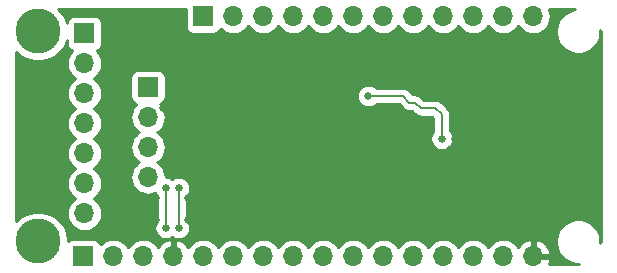
<source format=gbr>
G04 #@! TF.GenerationSoftware,KiCad,Pcbnew,(5.1.4)-1*
G04 #@! TF.CreationDate,2019-11-29T16:32:21-05:00*
G04 #@! TF.ProjectId,Feather-8bit-counter,46656174-6865-4722-9d38-6269742d636f,rev?*
G04 #@! TF.SameCoordinates,Original*
G04 #@! TF.FileFunction,Copper,L2,Bot*
G04 #@! TF.FilePolarity,Positive*
%FSLAX46Y46*%
G04 Gerber Fmt 4.6, Leading zero omitted, Abs format (unit mm)*
G04 Created by KiCad (PCBNEW (5.1.4)-1) date 2019-11-29 16:32:21*
%MOMM*%
%LPD*%
G04 APERTURE LIST*
%ADD10O,1.700000X1.700000*%
%ADD11R,1.700000X1.700000*%
%ADD12C,3.800000*%
%ADD13C,0.660400*%
%ADD14C,0.152400*%
%ADD15C,0.254000*%
G04 APERTURE END LIST*
D10*
X112433100Y-61254640D03*
X112433100Y-58714640D03*
X112433100Y-56174640D03*
D11*
X112433100Y-53634640D03*
D10*
X107048300Y-64313120D03*
X107048300Y-61773120D03*
X107048300Y-59233120D03*
X107048300Y-56693120D03*
X107048300Y-54153120D03*
X107048300Y-51613120D03*
D11*
X107048300Y-49073120D03*
D10*
X145034000Y-47650400D03*
X142494000Y-47650400D03*
X139954000Y-47650400D03*
X137414000Y-47650400D03*
X134874000Y-47650400D03*
X132334000Y-47650400D03*
X129794000Y-47650400D03*
X127254000Y-47650400D03*
X124714000Y-47650400D03*
X122174000Y-47650400D03*
X119634000Y-47650400D03*
D11*
X117094000Y-47650400D03*
D10*
X145034000Y-67970400D03*
X142494000Y-67970400D03*
X139954000Y-67970400D03*
X137414000Y-67970400D03*
X134874000Y-67970400D03*
X132334000Y-67970400D03*
X129794000Y-67970400D03*
X127254000Y-67970400D03*
X124714000Y-67970400D03*
X122174000Y-67970400D03*
X119634000Y-67970400D03*
X117094000Y-67970400D03*
X114554000Y-67970400D03*
X112014000Y-67970400D03*
X109474000Y-67970400D03*
D11*
X106934000Y-67970400D03*
D12*
X103126540Y-48920400D03*
X103126540Y-66700400D03*
D13*
X103743760Y-57736740D03*
X101874320Y-51668680D03*
X103743760Y-60783470D03*
X103743760Y-63830200D03*
X101874320Y-60808870D03*
X101874320Y-54715410D03*
X103743760Y-51643280D03*
X103743760Y-54690010D03*
X101874320Y-63855600D03*
X101874320Y-57762140D03*
X121564400Y-54330600D03*
X125285500Y-58077100D03*
X119786400Y-53098700D03*
X127533400Y-53136800D03*
X135737600Y-54356000D03*
X132549900Y-60718700D03*
X132664200Y-58191400D03*
X135763000Y-56921400D03*
X115798600Y-63042800D03*
X113068100Y-64871600D03*
X115798600Y-64871600D03*
X113068100Y-63042800D03*
X138391900Y-58051700D03*
X132702300Y-56934100D03*
X113314480Y-66669920D03*
X111531400Y-65201800D03*
X118170960Y-65100200D03*
X123662440Y-65100200D03*
X127863600Y-65084960D03*
X131587240Y-65100200D03*
X120660160Y-60472320D03*
X120746520Y-61904880D03*
X118221760Y-62865000D03*
X120751600Y-62844680D03*
X123149360Y-62870080D03*
X131912360Y-62103000D03*
X134167880Y-63042800D03*
X116418360Y-52959000D03*
X146878040Y-47355760D03*
X146476720Y-48844200D03*
X150454360Y-50434240D03*
X147299680Y-51800760D03*
X150368000Y-51800760D03*
X150368000Y-54847490D03*
X150368000Y-57894220D03*
X150368000Y-60940950D03*
X150368000Y-63987680D03*
X147299680Y-63987680D03*
X147299680Y-60940950D03*
X147299680Y-57894220D03*
X147299680Y-54847490D03*
X146517360Y-66664840D03*
X147020280Y-68229480D03*
X105592880Y-47330360D03*
X115326160Y-47330360D03*
X110896400Y-47330360D03*
X106197400Y-65989200D03*
X108950760Y-66202560D03*
X109194600Y-63459360D03*
X105496360Y-50490120D03*
X105867200Y-52872640D03*
X105867200Y-55418990D03*
X105867200Y-57965340D03*
X105867200Y-60511690D03*
X105867200Y-63058040D03*
X111460280Y-62763400D03*
X126301500Y-62852300D03*
X129260600Y-63004700D03*
X113715800Y-55359300D03*
X113944400Y-62204600D03*
X113944400Y-65557400D03*
X115036600Y-62191900D03*
X115036600Y-65557400D03*
X137299700Y-57988200D03*
X131076700Y-54381400D03*
D14*
X113944400Y-65557400D02*
X113944400Y-62204600D01*
X115036600Y-62658873D02*
X115036600Y-65557400D01*
X115036600Y-62191900D02*
X115036600Y-62658873D01*
X134566001Y-54962401D02*
X133985000Y-54381400D01*
X133985000Y-54381400D02*
X131076700Y-54381400D01*
X137299700Y-57988200D02*
X137299700Y-55949802D01*
X134566001Y-54962401D02*
X135053681Y-54962401D01*
X135501991Y-55410711D02*
X136760609Y-55410711D01*
X135053681Y-54962401D02*
X135501991Y-55410711D01*
X137299700Y-55949802D02*
X136760609Y-55410711D01*
D15*
G36*
X115605928Y-48500400D02*
G01*
X115618188Y-48624882D01*
X115654498Y-48744580D01*
X115713463Y-48854894D01*
X115792815Y-48951585D01*
X115889506Y-49030937D01*
X115999820Y-49089902D01*
X116119518Y-49126212D01*
X116244000Y-49138472D01*
X117944000Y-49138472D01*
X118068482Y-49126212D01*
X118188180Y-49089902D01*
X118298494Y-49030937D01*
X118395185Y-48951585D01*
X118474537Y-48854894D01*
X118533502Y-48744580D01*
X118554393Y-48675713D01*
X118578866Y-48705534D01*
X118804986Y-48891106D01*
X119062966Y-49028999D01*
X119342889Y-49113913D01*
X119561050Y-49135400D01*
X119706950Y-49135400D01*
X119925111Y-49113913D01*
X120205034Y-49028999D01*
X120463014Y-48891106D01*
X120689134Y-48705534D01*
X120874706Y-48479414D01*
X120904000Y-48424609D01*
X120933294Y-48479414D01*
X121118866Y-48705534D01*
X121344986Y-48891106D01*
X121602966Y-49028999D01*
X121882889Y-49113913D01*
X122101050Y-49135400D01*
X122246950Y-49135400D01*
X122465111Y-49113913D01*
X122745034Y-49028999D01*
X123003014Y-48891106D01*
X123229134Y-48705534D01*
X123414706Y-48479414D01*
X123444000Y-48424609D01*
X123473294Y-48479414D01*
X123658866Y-48705534D01*
X123884986Y-48891106D01*
X124142966Y-49028999D01*
X124422889Y-49113913D01*
X124641050Y-49135400D01*
X124786950Y-49135400D01*
X125005111Y-49113913D01*
X125285034Y-49028999D01*
X125543014Y-48891106D01*
X125769134Y-48705534D01*
X125954706Y-48479414D01*
X125984000Y-48424609D01*
X126013294Y-48479414D01*
X126198866Y-48705534D01*
X126424986Y-48891106D01*
X126682966Y-49028999D01*
X126962889Y-49113913D01*
X127181050Y-49135400D01*
X127326950Y-49135400D01*
X127545111Y-49113913D01*
X127825034Y-49028999D01*
X128083014Y-48891106D01*
X128309134Y-48705534D01*
X128494706Y-48479414D01*
X128524000Y-48424609D01*
X128553294Y-48479414D01*
X128738866Y-48705534D01*
X128964986Y-48891106D01*
X129222966Y-49028999D01*
X129502889Y-49113913D01*
X129721050Y-49135400D01*
X129866950Y-49135400D01*
X130085111Y-49113913D01*
X130365034Y-49028999D01*
X130623014Y-48891106D01*
X130849134Y-48705534D01*
X131034706Y-48479414D01*
X131064000Y-48424609D01*
X131093294Y-48479414D01*
X131278866Y-48705534D01*
X131504986Y-48891106D01*
X131762966Y-49028999D01*
X132042889Y-49113913D01*
X132261050Y-49135400D01*
X132406950Y-49135400D01*
X132625111Y-49113913D01*
X132905034Y-49028999D01*
X133163014Y-48891106D01*
X133389134Y-48705534D01*
X133574706Y-48479414D01*
X133604000Y-48424609D01*
X133633294Y-48479414D01*
X133818866Y-48705534D01*
X134044986Y-48891106D01*
X134302966Y-49028999D01*
X134582889Y-49113913D01*
X134801050Y-49135400D01*
X134946950Y-49135400D01*
X135165111Y-49113913D01*
X135445034Y-49028999D01*
X135703014Y-48891106D01*
X135929134Y-48705534D01*
X136114706Y-48479414D01*
X136144000Y-48424609D01*
X136173294Y-48479414D01*
X136358866Y-48705534D01*
X136584986Y-48891106D01*
X136842966Y-49028999D01*
X137122889Y-49113913D01*
X137341050Y-49135400D01*
X137486950Y-49135400D01*
X137705111Y-49113913D01*
X137985034Y-49028999D01*
X138243014Y-48891106D01*
X138469134Y-48705534D01*
X138654706Y-48479414D01*
X138684000Y-48424609D01*
X138713294Y-48479414D01*
X138898866Y-48705534D01*
X139124986Y-48891106D01*
X139382966Y-49028999D01*
X139662889Y-49113913D01*
X139881050Y-49135400D01*
X140026950Y-49135400D01*
X140245111Y-49113913D01*
X140525034Y-49028999D01*
X140783014Y-48891106D01*
X141009134Y-48705534D01*
X141194706Y-48479414D01*
X141224000Y-48424609D01*
X141253294Y-48479414D01*
X141438866Y-48705534D01*
X141664986Y-48891106D01*
X141922966Y-49028999D01*
X142202889Y-49113913D01*
X142421050Y-49135400D01*
X142566950Y-49135400D01*
X142785111Y-49113913D01*
X143065034Y-49028999D01*
X143323014Y-48891106D01*
X143549134Y-48705534D01*
X143734706Y-48479414D01*
X143764000Y-48424609D01*
X143793294Y-48479414D01*
X143978866Y-48705534D01*
X144204986Y-48891106D01*
X144462966Y-49028999D01*
X144742889Y-49113913D01*
X144961050Y-49135400D01*
X145106950Y-49135400D01*
X145325111Y-49113913D01*
X145605034Y-49028999D01*
X145863014Y-48891106D01*
X146089134Y-48705534D01*
X146274706Y-48479414D01*
X146412599Y-48221434D01*
X146497513Y-47941511D01*
X146526185Y-47650400D01*
X146497513Y-47359289D01*
X146412599Y-47079366D01*
X146398560Y-47053100D01*
X148571899Y-47053100D01*
X148296706Y-47107839D01*
X147953658Y-47249934D01*
X147644922Y-47456225D01*
X147382365Y-47718782D01*
X147176074Y-48027518D01*
X147033979Y-48370566D01*
X146961540Y-48734744D01*
X146961540Y-49106056D01*
X147033979Y-49470234D01*
X147176074Y-49813282D01*
X147382365Y-50122018D01*
X147644922Y-50384575D01*
X147953658Y-50590866D01*
X148296706Y-50732961D01*
X148660884Y-50805400D01*
X149032196Y-50805400D01*
X149396374Y-50732961D01*
X149739422Y-50590866D01*
X150048158Y-50384575D01*
X150310715Y-50122018D01*
X150517006Y-49813282D01*
X150659101Y-49470234D01*
X150731540Y-49106056D01*
X150731540Y-48780616D01*
X150749401Y-48950552D01*
X150749400Y-66680821D01*
X150731540Y-66862971D01*
X150731540Y-66514744D01*
X150659101Y-66150566D01*
X150517006Y-65807518D01*
X150310715Y-65498782D01*
X150048158Y-65236225D01*
X149739422Y-65029934D01*
X149396374Y-64887839D01*
X149032196Y-64815400D01*
X148660884Y-64815400D01*
X148296706Y-64887839D01*
X147953658Y-65029934D01*
X147644922Y-65236225D01*
X147382365Y-65498782D01*
X147176074Y-65807518D01*
X147033979Y-66150566D01*
X146961540Y-66514744D01*
X146961540Y-66886056D01*
X147033979Y-67250234D01*
X147176074Y-67593282D01*
X147382365Y-67902018D01*
X147644922Y-68164575D01*
X147953658Y-68370866D01*
X148296706Y-68512961D01*
X148660884Y-68585400D01*
X148925218Y-68585400D01*
X148851957Y-68593100D01*
X146381191Y-68593100D01*
X146475481Y-68327291D01*
X146354814Y-68097400D01*
X145161000Y-68097400D01*
X145161000Y-68117400D01*
X144907000Y-68117400D01*
X144907000Y-68097400D01*
X144887000Y-68097400D01*
X144887000Y-67843400D01*
X144907000Y-67843400D01*
X144907000Y-66650245D01*
X145161000Y-66650245D01*
X145161000Y-67843400D01*
X146354814Y-67843400D01*
X146475481Y-67613509D01*
X146378157Y-67339148D01*
X146229178Y-67089045D01*
X146034269Y-66872812D01*
X145800920Y-66698759D01*
X145538099Y-66573575D01*
X145390890Y-66528924D01*
X145161000Y-66650245D01*
X144907000Y-66650245D01*
X144677110Y-66528924D01*
X144529901Y-66573575D01*
X144267080Y-66698759D01*
X144033731Y-66872812D01*
X143838822Y-67089045D01*
X143769201Y-67205923D01*
X143734706Y-67141386D01*
X143549134Y-66915266D01*
X143323014Y-66729694D01*
X143065034Y-66591801D01*
X142785111Y-66506887D01*
X142566950Y-66485400D01*
X142421050Y-66485400D01*
X142202889Y-66506887D01*
X141922966Y-66591801D01*
X141664986Y-66729694D01*
X141438866Y-66915266D01*
X141253294Y-67141386D01*
X141224000Y-67196191D01*
X141194706Y-67141386D01*
X141009134Y-66915266D01*
X140783014Y-66729694D01*
X140525034Y-66591801D01*
X140245111Y-66506887D01*
X140026950Y-66485400D01*
X139881050Y-66485400D01*
X139662889Y-66506887D01*
X139382966Y-66591801D01*
X139124986Y-66729694D01*
X138898866Y-66915266D01*
X138713294Y-67141386D01*
X138684000Y-67196191D01*
X138654706Y-67141386D01*
X138469134Y-66915266D01*
X138243014Y-66729694D01*
X137985034Y-66591801D01*
X137705111Y-66506887D01*
X137486950Y-66485400D01*
X137341050Y-66485400D01*
X137122889Y-66506887D01*
X136842966Y-66591801D01*
X136584986Y-66729694D01*
X136358866Y-66915266D01*
X136173294Y-67141386D01*
X136144000Y-67196191D01*
X136114706Y-67141386D01*
X135929134Y-66915266D01*
X135703014Y-66729694D01*
X135445034Y-66591801D01*
X135165111Y-66506887D01*
X134946950Y-66485400D01*
X134801050Y-66485400D01*
X134582889Y-66506887D01*
X134302966Y-66591801D01*
X134044986Y-66729694D01*
X133818866Y-66915266D01*
X133633294Y-67141386D01*
X133604000Y-67196191D01*
X133574706Y-67141386D01*
X133389134Y-66915266D01*
X133163014Y-66729694D01*
X132905034Y-66591801D01*
X132625111Y-66506887D01*
X132406950Y-66485400D01*
X132261050Y-66485400D01*
X132042889Y-66506887D01*
X131762966Y-66591801D01*
X131504986Y-66729694D01*
X131278866Y-66915266D01*
X131093294Y-67141386D01*
X131064000Y-67196191D01*
X131034706Y-67141386D01*
X130849134Y-66915266D01*
X130623014Y-66729694D01*
X130365034Y-66591801D01*
X130085111Y-66506887D01*
X129866950Y-66485400D01*
X129721050Y-66485400D01*
X129502889Y-66506887D01*
X129222966Y-66591801D01*
X128964986Y-66729694D01*
X128738866Y-66915266D01*
X128553294Y-67141386D01*
X128524000Y-67196191D01*
X128494706Y-67141386D01*
X128309134Y-66915266D01*
X128083014Y-66729694D01*
X127825034Y-66591801D01*
X127545111Y-66506887D01*
X127326950Y-66485400D01*
X127181050Y-66485400D01*
X126962889Y-66506887D01*
X126682966Y-66591801D01*
X126424986Y-66729694D01*
X126198866Y-66915266D01*
X126013294Y-67141386D01*
X125984000Y-67196191D01*
X125954706Y-67141386D01*
X125769134Y-66915266D01*
X125543014Y-66729694D01*
X125285034Y-66591801D01*
X125005111Y-66506887D01*
X124786950Y-66485400D01*
X124641050Y-66485400D01*
X124422889Y-66506887D01*
X124142966Y-66591801D01*
X123884986Y-66729694D01*
X123658866Y-66915266D01*
X123473294Y-67141386D01*
X123444000Y-67196191D01*
X123414706Y-67141386D01*
X123229134Y-66915266D01*
X123003014Y-66729694D01*
X122745034Y-66591801D01*
X122465111Y-66506887D01*
X122246950Y-66485400D01*
X122101050Y-66485400D01*
X121882889Y-66506887D01*
X121602966Y-66591801D01*
X121344986Y-66729694D01*
X121118866Y-66915266D01*
X120933294Y-67141386D01*
X120904000Y-67196191D01*
X120874706Y-67141386D01*
X120689134Y-66915266D01*
X120463014Y-66729694D01*
X120205034Y-66591801D01*
X119925111Y-66506887D01*
X119706950Y-66485400D01*
X119561050Y-66485400D01*
X119342889Y-66506887D01*
X119062966Y-66591801D01*
X118804986Y-66729694D01*
X118578866Y-66915266D01*
X118393294Y-67141386D01*
X118364000Y-67196191D01*
X118334706Y-67141386D01*
X118149134Y-66915266D01*
X117923014Y-66729694D01*
X117665034Y-66591801D01*
X117385111Y-66506887D01*
X117166950Y-66485400D01*
X117021050Y-66485400D01*
X116802889Y-66506887D01*
X116522966Y-66591801D01*
X116264986Y-66729694D01*
X116038866Y-66915266D01*
X115853294Y-67141386D01*
X115818799Y-67205923D01*
X115749178Y-67089045D01*
X115554269Y-66872812D01*
X115320920Y-66698759D01*
X115058099Y-66573575D01*
X114910890Y-66528924D01*
X114681000Y-66650245D01*
X114681000Y-67843400D01*
X114701000Y-67843400D01*
X114701000Y-68097400D01*
X114681000Y-68097400D01*
X114681000Y-68117400D01*
X114427000Y-68117400D01*
X114427000Y-68097400D01*
X114407000Y-68097400D01*
X114407000Y-67843400D01*
X114427000Y-67843400D01*
X114427000Y-66650245D01*
X114197110Y-66528924D01*
X114049901Y-66573575D01*
X113787080Y-66698759D01*
X113553731Y-66872812D01*
X113358822Y-67089045D01*
X113289201Y-67205923D01*
X113254706Y-67141386D01*
X113069134Y-66915266D01*
X112843014Y-66729694D01*
X112585034Y-66591801D01*
X112305111Y-66506887D01*
X112086950Y-66485400D01*
X111941050Y-66485400D01*
X111722889Y-66506887D01*
X111442966Y-66591801D01*
X111184986Y-66729694D01*
X110958866Y-66915266D01*
X110773294Y-67141386D01*
X110744000Y-67196191D01*
X110714706Y-67141386D01*
X110529134Y-66915266D01*
X110303014Y-66729694D01*
X110045034Y-66591801D01*
X109765111Y-66506887D01*
X109546950Y-66485400D01*
X109401050Y-66485400D01*
X109182889Y-66506887D01*
X108902966Y-66591801D01*
X108644986Y-66729694D01*
X108418866Y-66915266D01*
X108394393Y-66945087D01*
X108373502Y-66876220D01*
X108314537Y-66765906D01*
X108235185Y-66669215D01*
X108138494Y-66589863D01*
X108028180Y-66530898D01*
X107908482Y-66494588D01*
X107784000Y-66482328D01*
X106084000Y-66482328D01*
X105959518Y-66494588D01*
X105839820Y-66530898D01*
X105729506Y-66589863D01*
X105661540Y-66645641D01*
X105661540Y-66450724D01*
X105564122Y-65960968D01*
X105373028Y-65499627D01*
X105095603Y-65084432D01*
X104742508Y-64731337D01*
X104327313Y-64453912D01*
X103865972Y-64262818D01*
X103376216Y-64165400D01*
X102876864Y-64165400D01*
X102387108Y-64262818D01*
X101925767Y-64453912D01*
X101510572Y-64731337D01*
X101269400Y-64972509D01*
X101269400Y-50648291D01*
X101510572Y-50889463D01*
X101925767Y-51166888D01*
X102387108Y-51357982D01*
X102876864Y-51455400D01*
X103376216Y-51455400D01*
X103865972Y-51357982D01*
X104327313Y-51166888D01*
X104742508Y-50889463D01*
X105095603Y-50536368D01*
X105373028Y-50121173D01*
X105560228Y-49669233D01*
X105560228Y-49923120D01*
X105572488Y-50047602D01*
X105608798Y-50167300D01*
X105667763Y-50277614D01*
X105747115Y-50374305D01*
X105843806Y-50453657D01*
X105954120Y-50512622D01*
X106022987Y-50533513D01*
X105993166Y-50557986D01*
X105807594Y-50784106D01*
X105669701Y-51042086D01*
X105584787Y-51322009D01*
X105556115Y-51613120D01*
X105584787Y-51904231D01*
X105669701Y-52184154D01*
X105807594Y-52442134D01*
X105993166Y-52668254D01*
X106219286Y-52853826D01*
X106274091Y-52883120D01*
X106219286Y-52912414D01*
X105993166Y-53097986D01*
X105807594Y-53324106D01*
X105669701Y-53582086D01*
X105584787Y-53862009D01*
X105556115Y-54153120D01*
X105584787Y-54444231D01*
X105669701Y-54724154D01*
X105807594Y-54982134D01*
X105993166Y-55208254D01*
X106219286Y-55393826D01*
X106274091Y-55423120D01*
X106219286Y-55452414D01*
X105993166Y-55637986D01*
X105807594Y-55864106D01*
X105669701Y-56122086D01*
X105584787Y-56402009D01*
X105556115Y-56693120D01*
X105584787Y-56984231D01*
X105669701Y-57264154D01*
X105807594Y-57522134D01*
X105993166Y-57748254D01*
X106219286Y-57933826D01*
X106274091Y-57963120D01*
X106219286Y-57992414D01*
X105993166Y-58177986D01*
X105807594Y-58404106D01*
X105669701Y-58662086D01*
X105584787Y-58942009D01*
X105556115Y-59233120D01*
X105584787Y-59524231D01*
X105669701Y-59804154D01*
X105807594Y-60062134D01*
X105993166Y-60288254D01*
X106219286Y-60473826D01*
X106274091Y-60503120D01*
X106219286Y-60532414D01*
X105993166Y-60717986D01*
X105807594Y-60944106D01*
X105669701Y-61202086D01*
X105584787Y-61482009D01*
X105556115Y-61773120D01*
X105584787Y-62064231D01*
X105669701Y-62344154D01*
X105807594Y-62602134D01*
X105993166Y-62828254D01*
X106219286Y-63013826D01*
X106274091Y-63043120D01*
X106219286Y-63072414D01*
X105993166Y-63257986D01*
X105807594Y-63484106D01*
X105669701Y-63742086D01*
X105584787Y-64022009D01*
X105556115Y-64313120D01*
X105584787Y-64604231D01*
X105669701Y-64884154D01*
X105807594Y-65142134D01*
X105993166Y-65368254D01*
X106219286Y-65553826D01*
X106477266Y-65691719D01*
X106757189Y-65776633D01*
X106975350Y-65798120D01*
X107121250Y-65798120D01*
X107339411Y-65776633D01*
X107619334Y-65691719D01*
X107877314Y-65553826D01*
X108103434Y-65368254D01*
X108289006Y-65142134D01*
X108426899Y-64884154D01*
X108511813Y-64604231D01*
X108540485Y-64313120D01*
X108511813Y-64022009D01*
X108426899Y-63742086D01*
X108289006Y-63484106D01*
X108103434Y-63257986D01*
X107877314Y-63072414D01*
X107822509Y-63043120D01*
X107877314Y-63013826D01*
X108103434Y-62828254D01*
X108289006Y-62602134D01*
X108426899Y-62344154D01*
X108511813Y-62064231D01*
X108540485Y-61773120D01*
X108511813Y-61482009D01*
X108426899Y-61202086D01*
X108289006Y-60944106D01*
X108103434Y-60717986D01*
X107877314Y-60532414D01*
X107822509Y-60503120D01*
X107877314Y-60473826D01*
X108103434Y-60288254D01*
X108289006Y-60062134D01*
X108426899Y-59804154D01*
X108511813Y-59524231D01*
X108540485Y-59233120D01*
X108511813Y-58942009D01*
X108426899Y-58662086D01*
X108289006Y-58404106D01*
X108103434Y-58177986D01*
X107877314Y-57992414D01*
X107822509Y-57963120D01*
X107877314Y-57933826D01*
X108103434Y-57748254D01*
X108289006Y-57522134D01*
X108426899Y-57264154D01*
X108511813Y-56984231D01*
X108540485Y-56693120D01*
X108511813Y-56402009D01*
X108442842Y-56174640D01*
X110940915Y-56174640D01*
X110969587Y-56465751D01*
X111054501Y-56745674D01*
X111192394Y-57003654D01*
X111377966Y-57229774D01*
X111604086Y-57415346D01*
X111658891Y-57444640D01*
X111604086Y-57473934D01*
X111377966Y-57659506D01*
X111192394Y-57885626D01*
X111054501Y-58143606D01*
X110969587Y-58423529D01*
X110940915Y-58714640D01*
X110969587Y-59005751D01*
X111054501Y-59285674D01*
X111192394Y-59543654D01*
X111377966Y-59769774D01*
X111604086Y-59955346D01*
X111658891Y-59984640D01*
X111604086Y-60013934D01*
X111377966Y-60199506D01*
X111192394Y-60425626D01*
X111054501Y-60683606D01*
X110969587Y-60963529D01*
X110940915Y-61254640D01*
X110969587Y-61545751D01*
X111054501Y-61825674D01*
X111192394Y-62083654D01*
X111377966Y-62309774D01*
X111604086Y-62495346D01*
X111862066Y-62633239D01*
X112141989Y-62718153D01*
X112360150Y-62739640D01*
X112506050Y-62739640D01*
X112724211Y-62718153D01*
X113004134Y-62633239D01*
X113063974Y-62601254D01*
X113089051Y-62661794D01*
X113194680Y-62819879D01*
X113233201Y-62858400D01*
X113233200Y-64903601D01*
X113194680Y-64942121D01*
X113089051Y-65100206D01*
X113016292Y-65275862D01*
X112979200Y-65462336D01*
X112979200Y-65652464D01*
X113016292Y-65838938D01*
X113089051Y-66014594D01*
X113194680Y-66172679D01*
X113329121Y-66307120D01*
X113487206Y-66412749D01*
X113662862Y-66485508D01*
X113849336Y-66522600D01*
X114039464Y-66522600D01*
X114225938Y-66485508D01*
X114401594Y-66412749D01*
X114490500Y-66353344D01*
X114579406Y-66412749D01*
X114755062Y-66485508D01*
X114941536Y-66522600D01*
X115131664Y-66522600D01*
X115318138Y-66485508D01*
X115493794Y-66412749D01*
X115651879Y-66307120D01*
X115786320Y-66172679D01*
X115891949Y-66014594D01*
X115964708Y-65838938D01*
X116001800Y-65652464D01*
X116001800Y-65462336D01*
X115964708Y-65275862D01*
X115891949Y-65100206D01*
X115786320Y-64942121D01*
X115747800Y-64903601D01*
X115747800Y-62845699D01*
X115786320Y-62807179D01*
X115891949Y-62649094D01*
X115964708Y-62473438D01*
X116001800Y-62286964D01*
X116001800Y-62096836D01*
X115964708Y-61910362D01*
X115891949Y-61734706D01*
X115786320Y-61576621D01*
X115651879Y-61442180D01*
X115493794Y-61336551D01*
X115318138Y-61263792D01*
X115131664Y-61226700D01*
X114941536Y-61226700D01*
X114755062Y-61263792D01*
X114579406Y-61336551D01*
X114480997Y-61402306D01*
X114401594Y-61349251D01*
X114225938Y-61276492D01*
X114039464Y-61239400D01*
X113923784Y-61239400D01*
X113896613Y-60963529D01*
X113811699Y-60683606D01*
X113673806Y-60425626D01*
X113488234Y-60199506D01*
X113262114Y-60013934D01*
X113207309Y-59984640D01*
X113262114Y-59955346D01*
X113488234Y-59769774D01*
X113673806Y-59543654D01*
X113811699Y-59285674D01*
X113896613Y-59005751D01*
X113925285Y-58714640D01*
X113896613Y-58423529D01*
X113811699Y-58143606D01*
X113673806Y-57885626D01*
X113488234Y-57659506D01*
X113262114Y-57473934D01*
X113207309Y-57444640D01*
X113262114Y-57415346D01*
X113488234Y-57229774D01*
X113673806Y-57003654D01*
X113811699Y-56745674D01*
X113896613Y-56465751D01*
X113925285Y-56174640D01*
X113896613Y-55883529D01*
X113811699Y-55603606D01*
X113673806Y-55345626D01*
X113488234Y-55119506D01*
X113458413Y-55095033D01*
X113527280Y-55074142D01*
X113637594Y-55015177D01*
X113734285Y-54935825D01*
X113813637Y-54839134D01*
X113872602Y-54728820D01*
X113908912Y-54609122D01*
X113921172Y-54484640D01*
X113921172Y-54286336D01*
X130111500Y-54286336D01*
X130111500Y-54476464D01*
X130148592Y-54662938D01*
X130221351Y-54838594D01*
X130326980Y-54996679D01*
X130461421Y-55131120D01*
X130619506Y-55236749D01*
X130795162Y-55309508D01*
X130981636Y-55346600D01*
X131171764Y-55346600D01*
X131358238Y-55309508D01*
X131533894Y-55236749D01*
X131691979Y-55131120D01*
X131730499Y-55092600D01*
X133690412Y-55092600D01*
X134038408Y-55440596D01*
X134060674Y-55467728D01*
X134087805Y-55489994D01*
X134087809Y-55489998D01*
X134138647Y-55531719D01*
X134168968Y-55556603D01*
X134292520Y-55622643D01*
X134426581Y-55663310D01*
X134531065Y-55673601D01*
X134531082Y-55673601D01*
X134566000Y-55677040D01*
X134600918Y-55673601D01*
X134759094Y-55673601D01*
X134974389Y-55888896D01*
X134996664Y-55916038D01*
X135104958Y-56004913D01*
X135228510Y-56070953D01*
X135362571Y-56111620D01*
X135467055Y-56121911D01*
X135467064Y-56121911D01*
X135501990Y-56125351D01*
X135536916Y-56121911D01*
X136466022Y-56121911D01*
X136588501Y-56244390D01*
X136588500Y-57334401D01*
X136549980Y-57372921D01*
X136444351Y-57531006D01*
X136371592Y-57706662D01*
X136334500Y-57893136D01*
X136334500Y-58083264D01*
X136371592Y-58269738D01*
X136444351Y-58445394D01*
X136549980Y-58603479D01*
X136684421Y-58737920D01*
X136842506Y-58843549D01*
X137018162Y-58916308D01*
X137204636Y-58953400D01*
X137394764Y-58953400D01*
X137581238Y-58916308D01*
X137756894Y-58843549D01*
X137914979Y-58737920D01*
X138049420Y-58603479D01*
X138155049Y-58445394D01*
X138227808Y-58269738D01*
X138264900Y-58083264D01*
X138264900Y-57893136D01*
X138227808Y-57706662D01*
X138155049Y-57531006D01*
X138049420Y-57372921D01*
X138010900Y-57334401D01*
X138010900Y-55984730D01*
X138014340Y-55949802D01*
X138010900Y-55914873D01*
X138010900Y-55914866D01*
X138000609Y-55810382D01*
X137959942Y-55676321D01*
X137959942Y-55676320D01*
X137893902Y-55552769D01*
X137827297Y-55471611D01*
X137805027Y-55444475D01*
X137777890Y-55422204D01*
X137288210Y-54932525D01*
X137265936Y-54905384D01*
X137157642Y-54816509D01*
X137034090Y-54750469D01*
X136900029Y-54709802D01*
X136795545Y-54699511D01*
X136795535Y-54699511D01*
X136760609Y-54696071D01*
X136725683Y-54699511D01*
X135796578Y-54699511D01*
X135581283Y-54484216D01*
X135559008Y-54457074D01*
X135450714Y-54368199D01*
X135327162Y-54302159D01*
X135193101Y-54261492D01*
X135088617Y-54251201D01*
X135088607Y-54251201D01*
X135053681Y-54247761D01*
X135018755Y-54251201D01*
X134860589Y-54251201D01*
X134512601Y-53903214D01*
X134490327Y-53876073D01*
X134382033Y-53787198D01*
X134258481Y-53721158D01*
X134124420Y-53680491D01*
X134019936Y-53670200D01*
X134019926Y-53670200D01*
X133985000Y-53666760D01*
X133950074Y-53670200D01*
X131730499Y-53670200D01*
X131691979Y-53631680D01*
X131533894Y-53526051D01*
X131358238Y-53453292D01*
X131171764Y-53416200D01*
X130981636Y-53416200D01*
X130795162Y-53453292D01*
X130619506Y-53526051D01*
X130461421Y-53631680D01*
X130326980Y-53766121D01*
X130221351Y-53924206D01*
X130148592Y-54099862D01*
X130111500Y-54286336D01*
X113921172Y-54286336D01*
X113921172Y-52784640D01*
X113908912Y-52660158D01*
X113872602Y-52540460D01*
X113813637Y-52430146D01*
X113734285Y-52333455D01*
X113637594Y-52254103D01*
X113527280Y-52195138D01*
X113407582Y-52158828D01*
X113283100Y-52146568D01*
X111583100Y-52146568D01*
X111458618Y-52158828D01*
X111338920Y-52195138D01*
X111228606Y-52254103D01*
X111131915Y-52333455D01*
X111052563Y-52430146D01*
X110993598Y-52540460D01*
X110957288Y-52660158D01*
X110945028Y-52784640D01*
X110945028Y-54484640D01*
X110957288Y-54609122D01*
X110993598Y-54728820D01*
X111052563Y-54839134D01*
X111131915Y-54935825D01*
X111228606Y-55015177D01*
X111338920Y-55074142D01*
X111407787Y-55095033D01*
X111377966Y-55119506D01*
X111192394Y-55345626D01*
X111054501Y-55603606D01*
X110969587Y-55883529D01*
X110940915Y-56174640D01*
X108442842Y-56174640D01*
X108426899Y-56122086D01*
X108289006Y-55864106D01*
X108103434Y-55637986D01*
X107877314Y-55452414D01*
X107822509Y-55423120D01*
X107877314Y-55393826D01*
X108103434Y-55208254D01*
X108289006Y-54982134D01*
X108426899Y-54724154D01*
X108511813Y-54444231D01*
X108540485Y-54153120D01*
X108511813Y-53862009D01*
X108426899Y-53582086D01*
X108289006Y-53324106D01*
X108103434Y-53097986D01*
X107877314Y-52912414D01*
X107822509Y-52883120D01*
X107877314Y-52853826D01*
X108103434Y-52668254D01*
X108289006Y-52442134D01*
X108426899Y-52184154D01*
X108511813Y-51904231D01*
X108540485Y-51613120D01*
X108511813Y-51322009D01*
X108426899Y-51042086D01*
X108289006Y-50784106D01*
X108103434Y-50557986D01*
X108073613Y-50533513D01*
X108142480Y-50512622D01*
X108252794Y-50453657D01*
X108349485Y-50374305D01*
X108428837Y-50277614D01*
X108487802Y-50167300D01*
X108524112Y-50047602D01*
X108536372Y-49923120D01*
X108536372Y-48223120D01*
X108524112Y-48098638D01*
X108487802Y-47978940D01*
X108428837Y-47868626D01*
X108349485Y-47771935D01*
X108252794Y-47692583D01*
X108142480Y-47633618D01*
X108022782Y-47597308D01*
X107898300Y-47585048D01*
X106198300Y-47585048D01*
X106073818Y-47597308D01*
X105954120Y-47633618D01*
X105843806Y-47692583D01*
X105747115Y-47771935D01*
X105667763Y-47868626D01*
X105608798Y-47978940D01*
X105572488Y-48098638D01*
X105564294Y-48181834D01*
X105564122Y-48180968D01*
X105373028Y-47719627D01*
X105095603Y-47304432D01*
X104844271Y-47053100D01*
X115605928Y-47053100D01*
X115605928Y-48500400D01*
X115605928Y-48500400D01*
G37*
X115605928Y-48500400D02*
X115618188Y-48624882D01*
X115654498Y-48744580D01*
X115713463Y-48854894D01*
X115792815Y-48951585D01*
X115889506Y-49030937D01*
X115999820Y-49089902D01*
X116119518Y-49126212D01*
X116244000Y-49138472D01*
X117944000Y-49138472D01*
X118068482Y-49126212D01*
X118188180Y-49089902D01*
X118298494Y-49030937D01*
X118395185Y-48951585D01*
X118474537Y-48854894D01*
X118533502Y-48744580D01*
X118554393Y-48675713D01*
X118578866Y-48705534D01*
X118804986Y-48891106D01*
X119062966Y-49028999D01*
X119342889Y-49113913D01*
X119561050Y-49135400D01*
X119706950Y-49135400D01*
X119925111Y-49113913D01*
X120205034Y-49028999D01*
X120463014Y-48891106D01*
X120689134Y-48705534D01*
X120874706Y-48479414D01*
X120904000Y-48424609D01*
X120933294Y-48479414D01*
X121118866Y-48705534D01*
X121344986Y-48891106D01*
X121602966Y-49028999D01*
X121882889Y-49113913D01*
X122101050Y-49135400D01*
X122246950Y-49135400D01*
X122465111Y-49113913D01*
X122745034Y-49028999D01*
X123003014Y-48891106D01*
X123229134Y-48705534D01*
X123414706Y-48479414D01*
X123444000Y-48424609D01*
X123473294Y-48479414D01*
X123658866Y-48705534D01*
X123884986Y-48891106D01*
X124142966Y-49028999D01*
X124422889Y-49113913D01*
X124641050Y-49135400D01*
X124786950Y-49135400D01*
X125005111Y-49113913D01*
X125285034Y-49028999D01*
X125543014Y-48891106D01*
X125769134Y-48705534D01*
X125954706Y-48479414D01*
X125984000Y-48424609D01*
X126013294Y-48479414D01*
X126198866Y-48705534D01*
X126424986Y-48891106D01*
X126682966Y-49028999D01*
X126962889Y-49113913D01*
X127181050Y-49135400D01*
X127326950Y-49135400D01*
X127545111Y-49113913D01*
X127825034Y-49028999D01*
X128083014Y-48891106D01*
X128309134Y-48705534D01*
X128494706Y-48479414D01*
X128524000Y-48424609D01*
X128553294Y-48479414D01*
X128738866Y-48705534D01*
X128964986Y-48891106D01*
X129222966Y-49028999D01*
X129502889Y-49113913D01*
X129721050Y-49135400D01*
X129866950Y-49135400D01*
X130085111Y-49113913D01*
X130365034Y-49028999D01*
X130623014Y-48891106D01*
X130849134Y-48705534D01*
X131034706Y-48479414D01*
X131064000Y-48424609D01*
X131093294Y-48479414D01*
X131278866Y-48705534D01*
X131504986Y-48891106D01*
X131762966Y-49028999D01*
X132042889Y-49113913D01*
X132261050Y-49135400D01*
X132406950Y-49135400D01*
X132625111Y-49113913D01*
X132905034Y-49028999D01*
X133163014Y-48891106D01*
X133389134Y-48705534D01*
X133574706Y-48479414D01*
X133604000Y-48424609D01*
X133633294Y-48479414D01*
X133818866Y-48705534D01*
X134044986Y-48891106D01*
X134302966Y-49028999D01*
X134582889Y-49113913D01*
X134801050Y-49135400D01*
X134946950Y-49135400D01*
X135165111Y-49113913D01*
X135445034Y-49028999D01*
X135703014Y-48891106D01*
X135929134Y-48705534D01*
X136114706Y-48479414D01*
X136144000Y-48424609D01*
X136173294Y-48479414D01*
X136358866Y-48705534D01*
X136584986Y-48891106D01*
X136842966Y-49028999D01*
X137122889Y-49113913D01*
X137341050Y-49135400D01*
X137486950Y-49135400D01*
X137705111Y-49113913D01*
X137985034Y-49028999D01*
X138243014Y-48891106D01*
X138469134Y-48705534D01*
X138654706Y-48479414D01*
X138684000Y-48424609D01*
X138713294Y-48479414D01*
X138898866Y-48705534D01*
X139124986Y-48891106D01*
X139382966Y-49028999D01*
X139662889Y-49113913D01*
X139881050Y-49135400D01*
X140026950Y-49135400D01*
X140245111Y-49113913D01*
X140525034Y-49028999D01*
X140783014Y-48891106D01*
X141009134Y-48705534D01*
X141194706Y-48479414D01*
X141224000Y-48424609D01*
X141253294Y-48479414D01*
X141438866Y-48705534D01*
X141664986Y-48891106D01*
X141922966Y-49028999D01*
X142202889Y-49113913D01*
X142421050Y-49135400D01*
X142566950Y-49135400D01*
X142785111Y-49113913D01*
X143065034Y-49028999D01*
X143323014Y-48891106D01*
X143549134Y-48705534D01*
X143734706Y-48479414D01*
X143764000Y-48424609D01*
X143793294Y-48479414D01*
X143978866Y-48705534D01*
X144204986Y-48891106D01*
X144462966Y-49028999D01*
X144742889Y-49113913D01*
X144961050Y-49135400D01*
X145106950Y-49135400D01*
X145325111Y-49113913D01*
X145605034Y-49028999D01*
X145863014Y-48891106D01*
X146089134Y-48705534D01*
X146274706Y-48479414D01*
X146412599Y-48221434D01*
X146497513Y-47941511D01*
X146526185Y-47650400D01*
X146497513Y-47359289D01*
X146412599Y-47079366D01*
X146398560Y-47053100D01*
X148571899Y-47053100D01*
X148296706Y-47107839D01*
X147953658Y-47249934D01*
X147644922Y-47456225D01*
X147382365Y-47718782D01*
X147176074Y-48027518D01*
X147033979Y-48370566D01*
X146961540Y-48734744D01*
X146961540Y-49106056D01*
X147033979Y-49470234D01*
X147176074Y-49813282D01*
X147382365Y-50122018D01*
X147644922Y-50384575D01*
X147953658Y-50590866D01*
X148296706Y-50732961D01*
X148660884Y-50805400D01*
X149032196Y-50805400D01*
X149396374Y-50732961D01*
X149739422Y-50590866D01*
X150048158Y-50384575D01*
X150310715Y-50122018D01*
X150517006Y-49813282D01*
X150659101Y-49470234D01*
X150731540Y-49106056D01*
X150731540Y-48780616D01*
X150749401Y-48950552D01*
X150749400Y-66680821D01*
X150731540Y-66862971D01*
X150731540Y-66514744D01*
X150659101Y-66150566D01*
X150517006Y-65807518D01*
X150310715Y-65498782D01*
X150048158Y-65236225D01*
X149739422Y-65029934D01*
X149396374Y-64887839D01*
X149032196Y-64815400D01*
X148660884Y-64815400D01*
X148296706Y-64887839D01*
X147953658Y-65029934D01*
X147644922Y-65236225D01*
X147382365Y-65498782D01*
X147176074Y-65807518D01*
X147033979Y-66150566D01*
X146961540Y-66514744D01*
X146961540Y-66886056D01*
X147033979Y-67250234D01*
X147176074Y-67593282D01*
X147382365Y-67902018D01*
X147644922Y-68164575D01*
X147953658Y-68370866D01*
X148296706Y-68512961D01*
X148660884Y-68585400D01*
X148925218Y-68585400D01*
X148851957Y-68593100D01*
X146381191Y-68593100D01*
X146475481Y-68327291D01*
X146354814Y-68097400D01*
X145161000Y-68097400D01*
X145161000Y-68117400D01*
X144907000Y-68117400D01*
X144907000Y-68097400D01*
X144887000Y-68097400D01*
X144887000Y-67843400D01*
X144907000Y-67843400D01*
X144907000Y-66650245D01*
X145161000Y-66650245D01*
X145161000Y-67843400D01*
X146354814Y-67843400D01*
X146475481Y-67613509D01*
X146378157Y-67339148D01*
X146229178Y-67089045D01*
X146034269Y-66872812D01*
X145800920Y-66698759D01*
X145538099Y-66573575D01*
X145390890Y-66528924D01*
X145161000Y-66650245D01*
X144907000Y-66650245D01*
X144677110Y-66528924D01*
X144529901Y-66573575D01*
X144267080Y-66698759D01*
X144033731Y-66872812D01*
X143838822Y-67089045D01*
X143769201Y-67205923D01*
X143734706Y-67141386D01*
X143549134Y-66915266D01*
X143323014Y-66729694D01*
X143065034Y-66591801D01*
X142785111Y-66506887D01*
X142566950Y-66485400D01*
X142421050Y-66485400D01*
X142202889Y-66506887D01*
X141922966Y-66591801D01*
X141664986Y-66729694D01*
X141438866Y-66915266D01*
X141253294Y-67141386D01*
X141224000Y-67196191D01*
X141194706Y-67141386D01*
X141009134Y-66915266D01*
X140783014Y-66729694D01*
X140525034Y-66591801D01*
X140245111Y-66506887D01*
X140026950Y-66485400D01*
X139881050Y-66485400D01*
X139662889Y-66506887D01*
X139382966Y-66591801D01*
X139124986Y-66729694D01*
X138898866Y-66915266D01*
X138713294Y-67141386D01*
X138684000Y-67196191D01*
X138654706Y-67141386D01*
X138469134Y-66915266D01*
X138243014Y-66729694D01*
X137985034Y-66591801D01*
X137705111Y-66506887D01*
X137486950Y-66485400D01*
X137341050Y-66485400D01*
X137122889Y-66506887D01*
X136842966Y-66591801D01*
X136584986Y-66729694D01*
X136358866Y-66915266D01*
X136173294Y-67141386D01*
X136144000Y-67196191D01*
X136114706Y-67141386D01*
X135929134Y-66915266D01*
X135703014Y-66729694D01*
X135445034Y-66591801D01*
X135165111Y-66506887D01*
X134946950Y-66485400D01*
X134801050Y-66485400D01*
X134582889Y-66506887D01*
X134302966Y-66591801D01*
X134044986Y-66729694D01*
X133818866Y-66915266D01*
X133633294Y-67141386D01*
X133604000Y-67196191D01*
X133574706Y-67141386D01*
X133389134Y-66915266D01*
X133163014Y-66729694D01*
X132905034Y-66591801D01*
X132625111Y-66506887D01*
X132406950Y-66485400D01*
X132261050Y-66485400D01*
X132042889Y-66506887D01*
X131762966Y-66591801D01*
X131504986Y-66729694D01*
X131278866Y-66915266D01*
X131093294Y-67141386D01*
X131064000Y-67196191D01*
X131034706Y-67141386D01*
X130849134Y-66915266D01*
X130623014Y-66729694D01*
X130365034Y-66591801D01*
X130085111Y-66506887D01*
X129866950Y-66485400D01*
X129721050Y-66485400D01*
X129502889Y-66506887D01*
X129222966Y-66591801D01*
X128964986Y-66729694D01*
X128738866Y-66915266D01*
X128553294Y-67141386D01*
X128524000Y-67196191D01*
X128494706Y-67141386D01*
X128309134Y-66915266D01*
X128083014Y-66729694D01*
X127825034Y-66591801D01*
X127545111Y-66506887D01*
X127326950Y-66485400D01*
X127181050Y-66485400D01*
X126962889Y-66506887D01*
X126682966Y-66591801D01*
X126424986Y-66729694D01*
X126198866Y-66915266D01*
X126013294Y-67141386D01*
X125984000Y-67196191D01*
X125954706Y-67141386D01*
X125769134Y-66915266D01*
X125543014Y-66729694D01*
X125285034Y-66591801D01*
X125005111Y-66506887D01*
X124786950Y-66485400D01*
X124641050Y-66485400D01*
X124422889Y-66506887D01*
X124142966Y-66591801D01*
X123884986Y-66729694D01*
X123658866Y-66915266D01*
X123473294Y-67141386D01*
X123444000Y-67196191D01*
X123414706Y-67141386D01*
X123229134Y-66915266D01*
X123003014Y-66729694D01*
X122745034Y-66591801D01*
X122465111Y-66506887D01*
X122246950Y-66485400D01*
X122101050Y-66485400D01*
X121882889Y-66506887D01*
X121602966Y-66591801D01*
X121344986Y-66729694D01*
X121118866Y-66915266D01*
X120933294Y-67141386D01*
X120904000Y-67196191D01*
X120874706Y-67141386D01*
X120689134Y-66915266D01*
X120463014Y-66729694D01*
X120205034Y-66591801D01*
X119925111Y-66506887D01*
X119706950Y-66485400D01*
X119561050Y-66485400D01*
X119342889Y-66506887D01*
X119062966Y-66591801D01*
X118804986Y-66729694D01*
X118578866Y-66915266D01*
X118393294Y-67141386D01*
X118364000Y-67196191D01*
X118334706Y-67141386D01*
X118149134Y-66915266D01*
X117923014Y-66729694D01*
X117665034Y-66591801D01*
X117385111Y-66506887D01*
X117166950Y-66485400D01*
X117021050Y-66485400D01*
X116802889Y-66506887D01*
X116522966Y-66591801D01*
X116264986Y-66729694D01*
X116038866Y-66915266D01*
X115853294Y-67141386D01*
X115818799Y-67205923D01*
X115749178Y-67089045D01*
X115554269Y-66872812D01*
X115320920Y-66698759D01*
X115058099Y-66573575D01*
X114910890Y-66528924D01*
X114681000Y-66650245D01*
X114681000Y-67843400D01*
X114701000Y-67843400D01*
X114701000Y-68097400D01*
X114681000Y-68097400D01*
X114681000Y-68117400D01*
X114427000Y-68117400D01*
X114427000Y-68097400D01*
X114407000Y-68097400D01*
X114407000Y-67843400D01*
X114427000Y-67843400D01*
X114427000Y-66650245D01*
X114197110Y-66528924D01*
X114049901Y-66573575D01*
X113787080Y-66698759D01*
X113553731Y-66872812D01*
X113358822Y-67089045D01*
X113289201Y-67205923D01*
X113254706Y-67141386D01*
X113069134Y-66915266D01*
X112843014Y-66729694D01*
X112585034Y-66591801D01*
X112305111Y-66506887D01*
X112086950Y-66485400D01*
X111941050Y-66485400D01*
X111722889Y-66506887D01*
X111442966Y-66591801D01*
X111184986Y-66729694D01*
X110958866Y-66915266D01*
X110773294Y-67141386D01*
X110744000Y-67196191D01*
X110714706Y-67141386D01*
X110529134Y-66915266D01*
X110303014Y-66729694D01*
X110045034Y-66591801D01*
X109765111Y-66506887D01*
X109546950Y-66485400D01*
X109401050Y-66485400D01*
X109182889Y-66506887D01*
X108902966Y-66591801D01*
X108644986Y-66729694D01*
X108418866Y-66915266D01*
X108394393Y-66945087D01*
X108373502Y-66876220D01*
X108314537Y-66765906D01*
X108235185Y-66669215D01*
X108138494Y-66589863D01*
X108028180Y-66530898D01*
X107908482Y-66494588D01*
X107784000Y-66482328D01*
X106084000Y-66482328D01*
X105959518Y-66494588D01*
X105839820Y-66530898D01*
X105729506Y-66589863D01*
X105661540Y-66645641D01*
X105661540Y-66450724D01*
X105564122Y-65960968D01*
X105373028Y-65499627D01*
X105095603Y-65084432D01*
X104742508Y-64731337D01*
X104327313Y-64453912D01*
X103865972Y-64262818D01*
X103376216Y-64165400D01*
X102876864Y-64165400D01*
X102387108Y-64262818D01*
X101925767Y-64453912D01*
X101510572Y-64731337D01*
X101269400Y-64972509D01*
X101269400Y-50648291D01*
X101510572Y-50889463D01*
X101925767Y-51166888D01*
X102387108Y-51357982D01*
X102876864Y-51455400D01*
X103376216Y-51455400D01*
X103865972Y-51357982D01*
X104327313Y-51166888D01*
X104742508Y-50889463D01*
X105095603Y-50536368D01*
X105373028Y-50121173D01*
X105560228Y-49669233D01*
X105560228Y-49923120D01*
X105572488Y-50047602D01*
X105608798Y-50167300D01*
X105667763Y-50277614D01*
X105747115Y-50374305D01*
X105843806Y-50453657D01*
X105954120Y-50512622D01*
X106022987Y-50533513D01*
X105993166Y-50557986D01*
X105807594Y-50784106D01*
X105669701Y-51042086D01*
X105584787Y-51322009D01*
X105556115Y-51613120D01*
X105584787Y-51904231D01*
X105669701Y-52184154D01*
X105807594Y-52442134D01*
X105993166Y-52668254D01*
X106219286Y-52853826D01*
X106274091Y-52883120D01*
X106219286Y-52912414D01*
X105993166Y-53097986D01*
X105807594Y-53324106D01*
X105669701Y-53582086D01*
X105584787Y-53862009D01*
X105556115Y-54153120D01*
X105584787Y-54444231D01*
X105669701Y-54724154D01*
X105807594Y-54982134D01*
X105993166Y-55208254D01*
X106219286Y-55393826D01*
X106274091Y-55423120D01*
X106219286Y-55452414D01*
X105993166Y-55637986D01*
X105807594Y-55864106D01*
X105669701Y-56122086D01*
X105584787Y-56402009D01*
X105556115Y-56693120D01*
X105584787Y-56984231D01*
X105669701Y-57264154D01*
X105807594Y-57522134D01*
X105993166Y-57748254D01*
X106219286Y-57933826D01*
X106274091Y-57963120D01*
X106219286Y-57992414D01*
X105993166Y-58177986D01*
X105807594Y-58404106D01*
X105669701Y-58662086D01*
X105584787Y-58942009D01*
X105556115Y-59233120D01*
X105584787Y-59524231D01*
X105669701Y-59804154D01*
X105807594Y-60062134D01*
X105993166Y-60288254D01*
X106219286Y-60473826D01*
X106274091Y-60503120D01*
X106219286Y-60532414D01*
X105993166Y-60717986D01*
X105807594Y-60944106D01*
X105669701Y-61202086D01*
X105584787Y-61482009D01*
X105556115Y-61773120D01*
X105584787Y-62064231D01*
X105669701Y-62344154D01*
X105807594Y-62602134D01*
X105993166Y-62828254D01*
X106219286Y-63013826D01*
X106274091Y-63043120D01*
X106219286Y-63072414D01*
X105993166Y-63257986D01*
X105807594Y-63484106D01*
X105669701Y-63742086D01*
X105584787Y-64022009D01*
X105556115Y-64313120D01*
X105584787Y-64604231D01*
X105669701Y-64884154D01*
X105807594Y-65142134D01*
X105993166Y-65368254D01*
X106219286Y-65553826D01*
X106477266Y-65691719D01*
X106757189Y-65776633D01*
X106975350Y-65798120D01*
X107121250Y-65798120D01*
X107339411Y-65776633D01*
X107619334Y-65691719D01*
X107877314Y-65553826D01*
X108103434Y-65368254D01*
X108289006Y-65142134D01*
X108426899Y-64884154D01*
X108511813Y-64604231D01*
X108540485Y-64313120D01*
X108511813Y-64022009D01*
X108426899Y-63742086D01*
X108289006Y-63484106D01*
X108103434Y-63257986D01*
X107877314Y-63072414D01*
X107822509Y-63043120D01*
X107877314Y-63013826D01*
X108103434Y-62828254D01*
X108289006Y-62602134D01*
X108426899Y-62344154D01*
X108511813Y-62064231D01*
X108540485Y-61773120D01*
X108511813Y-61482009D01*
X108426899Y-61202086D01*
X108289006Y-60944106D01*
X108103434Y-60717986D01*
X107877314Y-60532414D01*
X107822509Y-60503120D01*
X107877314Y-60473826D01*
X108103434Y-60288254D01*
X108289006Y-60062134D01*
X108426899Y-59804154D01*
X108511813Y-59524231D01*
X108540485Y-59233120D01*
X108511813Y-58942009D01*
X108426899Y-58662086D01*
X108289006Y-58404106D01*
X108103434Y-58177986D01*
X107877314Y-57992414D01*
X107822509Y-57963120D01*
X107877314Y-57933826D01*
X108103434Y-57748254D01*
X108289006Y-57522134D01*
X108426899Y-57264154D01*
X108511813Y-56984231D01*
X108540485Y-56693120D01*
X108511813Y-56402009D01*
X108442842Y-56174640D01*
X110940915Y-56174640D01*
X110969587Y-56465751D01*
X111054501Y-56745674D01*
X111192394Y-57003654D01*
X111377966Y-57229774D01*
X111604086Y-57415346D01*
X111658891Y-57444640D01*
X111604086Y-57473934D01*
X111377966Y-57659506D01*
X111192394Y-57885626D01*
X111054501Y-58143606D01*
X110969587Y-58423529D01*
X110940915Y-58714640D01*
X110969587Y-59005751D01*
X111054501Y-59285674D01*
X111192394Y-59543654D01*
X111377966Y-59769774D01*
X111604086Y-59955346D01*
X111658891Y-59984640D01*
X111604086Y-60013934D01*
X111377966Y-60199506D01*
X111192394Y-60425626D01*
X111054501Y-60683606D01*
X110969587Y-60963529D01*
X110940915Y-61254640D01*
X110969587Y-61545751D01*
X111054501Y-61825674D01*
X111192394Y-62083654D01*
X111377966Y-62309774D01*
X111604086Y-62495346D01*
X111862066Y-62633239D01*
X112141989Y-62718153D01*
X112360150Y-62739640D01*
X112506050Y-62739640D01*
X112724211Y-62718153D01*
X113004134Y-62633239D01*
X113063974Y-62601254D01*
X113089051Y-62661794D01*
X113194680Y-62819879D01*
X113233201Y-62858400D01*
X113233200Y-64903601D01*
X113194680Y-64942121D01*
X113089051Y-65100206D01*
X113016292Y-65275862D01*
X112979200Y-65462336D01*
X112979200Y-65652464D01*
X113016292Y-65838938D01*
X113089051Y-66014594D01*
X113194680Y-66172679D01*
X113329121Y-66307120D01*
X113487206Y-66412749D01*
X113662862Y-66485508D01*
X113849336Y-66522600D01*
X114039464Y-66522600D01*
X114225938Y-66485508D01*
X114401594Y-66412749D01*
X114490500Y-66353344D01*
X114579406Y-66412749D01*
X114755062Y-66485508D01*
X114941536Y-66522600D01*
X115131664Y-66522600D01*
X115318138Y-66485508D01*
X115493794Y-66412749D01*
X115651879Y-66307120D01*
X115786320Y-66172679D01*
X115891949Y-66014594D01*
X115964708Y-65838938D01*
X116001800Y-65652464D01*
X116001800Y-65462336D01*
X115964708Y-65275862D01*
X115891949Y-65100206D01*
X115786320Y-64942121D01*
X115747800Y-64903601D01*
X115747800Y-62845699D01*
X115786320Y-62807179D01*
X115891949Y-62649094D01*
X115964708Y-62473438D01*
X116001800Y-62286964D01*
X116001800Y-62096836D01*
X115964708Y-61910362D01*
X115891949Y-61734706D01*
X115786320Y-61576621D01*
X115651879Y-61442180D01*
X115493794Y-61336551D01*
X115318138Y-61263792D01*
X115131664Y-61226700D01*
X114941536Y-61226700D01*
X114755062Y-61263792D01*
X114579406Y-61336551D01*
X114480997Y-61402306D01*
X114401594Y-61349251D01*
X114225938Y-61276492D01*
X114039464Y-61239400D01*
X113923784Y-61239400D01*
X113896613Y-60963529D01*
X113811699Y-60683606D01*
X113673806Y-60425626D01*
X113488234Y-60199506D01*
X113262114Y-60013934D01*
X113207309Y-59984640D01*
X113262114Y-59955346D01*
X113488234Y-59769774D01*
X113673806Y-59543654D01*
X113811699Y-59285674D01*
X113896613Y-59005751D01*
X113925285Y-58714640D01*
X113896613Y-58423529D01*
X113811699Y-58143606D01*
X113673806Y-57885626D01*
X113488234Y-57659506D01*
X113262114Y-57473934D01*
X113207309Y-57444640D01*
X113262114Y-57415346D01*
X113488234Y-57229774D01*
X113673806Y-57003654D01*
X113811699Y-56745674D01*
X113896613Y-56465751D01*
X113925285Y-56174640D01*
X113896613Y-55883529D01*
X113811699Y-55603606D01*
X113673806Y-55345626D01*
X113488234Y-55119506D01*
X113458413Y-55095033D01*
X113527280Y-55074142D01*
X113637594Y-55015177D01*
X113734285Y-54935825D01*
X113813637Y-54839134D01*
X113872602Y-54728820D01*
X113908912Y-54609122D01*
X113921172Y-54484640D01*
X113921172Y-54286336D01*
X130111500Y-54286336D01*
X130111500Y-54476464D01*
X130148592Y-54662938D01*
X130221351Y-54838594D01*
X130326980Y-54996679D01*
X130461421Y-55131120D01*
X130619506Y-55236749D01*
X130795162Y-55309508D01*
X130981636Y-55346600D01*
X131171764Y-55346600D01*
X131358238Y-55309508D01*
X131533894Y-55236749D01*
X131691979Y-55131120D01*
X131730499Y-55092600D01*
X133690412Y-55092600D01*
X134038408Y-55440596D01*
X134060674Y-55467728D01*
X134087805Y-55489994D01*
X134087809Y-55489998D01*
X134138647Y-55531719D01*
X134168968Y-55556603D01*
X134292520Y-55622643D01*
X134426581Y-55663310D01*
X134531065Y-55673601D01*
X134531082Y-55673601D01*
X134566000Y-55677040D01*
X134600918Y-55673601D01*
X134759094Y-55673601D01*
X134974389Y-55888896D01*
X134996664Y-55916038D01*
X135104958Y-56004913D01*
X135228510Y-56070953D01*
X135362571Y-56111620D01*
X135467055Y-56121911D01*
X135467064Y-56121911D01*
X135501990Y-56125351D01*
X135536916Y-56121911D01*
X136466022Y-56121911D01*
X136588501Y-56244390D01*
X136588500Y-57334401D01*
X136549980Y-57372921D01*
X136444351Y-57531006D01*
X136371592Y-57706662D01*
X136334500Y-57893136D01*
X136334500Y-58083264D01*
X136371592Y-58269738D01*
X136444351Y-58445394D01*
X136549980Y-58603479D01*
X136684421Y-58737920D01*
X136842506Y-58843549D01*
X137018162Y-58916308D01*
X137204636Y-58953400D01*
X137394764Y-58953400D01*
X137581238Y-58916308D01*
X137756894Y-58843549D01*
X137914979Y-58737920D01*
X138049420Y-58603479D01*
X138155049Y-58445394D01*
X138227808Y-58269738D01*
X138264900Y-58083264D01*
X138264900Y-57893136D01*
X138227808Y-57706662D01*
X138155049Y-57531006D01*
X138049420Y-57372921D01*
X138010900Y-57334401D01*
X138010900Y-55984730D01*
X138014340Y-55949802D01*
X138010900Y-55914873D01*
X138010900Y-55914866D01*
X138000609Y-55810382D01*
X137959942Y-55676321D01*
X137959942Y-55676320D01*
X137893902Y-55552769D01*
X137827297Y-55471611D01*
X137805027Y-55444475D01*
X137777890Y-55422204D01*
X137288210Y-54932525D01*
X137265936Y-54905384D01*
X137157642Y-54816509D01*
X137034090Y-54750469D01*
X136900029Y-54709802D01*
X136795545Y-54699511D01*
X136795535Y-54699511D01*
X136760609Y-54696071D01*
X136725683Y-54699511D01*
X135796578Y-54699511D01*
X135581283Y-54484216D01*
X135559008Y-54457074D01*
X135450714Y-54368199D01*
X135327162Y-54302159D01*
X135193101Y-54261492D01*
X135088617Y-54251201D01*
X135088607Y-54251201D01*
X135053681Y-54247761D01*
X135018755Y-54251201D01*
X134860589Y-54251201D01*
X134512601Y-53903214D01*
X134490327Y-53876073D01*
X134382033Y-53787198D01*
X134258481Y-53721158D01*
X134124420Y-53680491D01*
X134019936Y-53670200D01*
X134019926Y-53670200D01*
X133985000Y-53666760D01*
X133950074Y-53670200D01*
X131730499Y-53670200D01*
X131691979Y-53631680D01*
X131533894Y-53526051D01*
X131358238Y-53453292D01*
X131171764Y-53416200D01*
X130981636Y-53416200D01*
X130795162Y-53453292D01*
X130619506Y-53526051D01*
X130461421Y-53631680D01*
X130326980Y-53766121D01*
X130221351Y-53924206D01*
X130148592Y-54099862D01*
X130111500Y-54286336D01*
X113921172Y-54286336D01*
X113921172Y-52784640D01*
X113908912Y-52660158D01*
X113872602Y-52540460D01*
X113813637Y-52430146D01*
X113734285Y-52333455D01*
X113637594Y-52254103D01*
X113527280Y-52195138D01*
X113407582Y-52158828D01*
X113283100Y-52146568D01*
X111583100Y-52146568D01*
X111458618Y-52158828D01*
X111338920Y-52195138D01*
X111228606Y-52254103D01*
X111131915Y-52333455D01*
X111052563Y-52430146D01*
X110993598Y-52540460D01*
X110957288Y-52660158D01*
X110945028Y-52784640D01*
X110945028Y-54484640D01*
X110957288Y-54609122D01*
X110993598Y-54728820D01*
X111052563Y-54839134D01*
X111131915Y-54935825D01*
X111228606Y-55015177D01*
X111338920Y-55074142D01*
X111407787Y-55095033D01*
X111377966Y-55119506D01*
X111192394Y-55345626D01*
X111054501Y-55603606D01*
X110969587Y-55883529D01*
X110940915Y-56174640D01*
X108442842Y-56174640D01*
X108426899Y-56122086D01*
X108289006Y-55864106D01*
X108103434Y-55637986D01*
X107877314Y-55452414D01*
X107822509Y-55423120D01*
X107877314Y-55393826D01*
X108103434Y-55208254D01*
X108289006Y-54982134D01*
X108426899Y-54724154D01*
X108511813Y-54444231D01*
X108540485Y-54153120D01*
X108511813Y-53862009D01*
X108426899Y-53582086D01*
X108289006Y-53324106D01*
X108103434Y-53097986D01*
X107877314Y-52912414D01*
X107822509Y-52883120D01*
X107877314Y-52853826D01*
X108103434Y-52668254D01*
X108289006Y-52442134D01*
X108426899Y-52184154D01*
X108511813Y-51904231D01*
X108540485Y-51613120D01*
X108511813Y-51322009D01*
X108426899Y-51042086D01*
X108289006Y-50784106D01*
X108103434Y-50557986D01*
X108073613Y-50533513D01*
X108142480Y-50512622D01*
X108252794Y-50453657D01*
X108349485Y-50374305D01*
X108428837Y-50277614D01*
X108487802Y-50167300D01*
X108524112Y-50047602D01*
X108536372Y-49923120D01*
X108536372Y-48223120D01*
X108524112Y-48098638D01*
X108487802Y-47978940D01*
X108428837Y-47868626D01*
X108349485Y-47771935D01*
X108252794Y-47692583D01*
X108142480Y-47633618D01*
X108022782Y-47597308D01*
X107898300Y-47585048D01*
X106198300Y-47585048D01*
X106073818Y-47597308D01*
X105954120Y-47633618D01*
X105843806Y-47692583D01*
X105747115Y-47771935D01*
X105667763Y-47868626D01*
X105608798Y-47978940D01*
X105572488Y-48098638D01*
X105564294Y-48181834D01*
X105564122Y-48180968D01*
X105373028Y-47719627D01*
X105095603Y-47304432D01*
X104844271Y-47053100D01*
X115605928Y-47053100D01*
X115605928Y-48500400D01*
M02*

</source>
